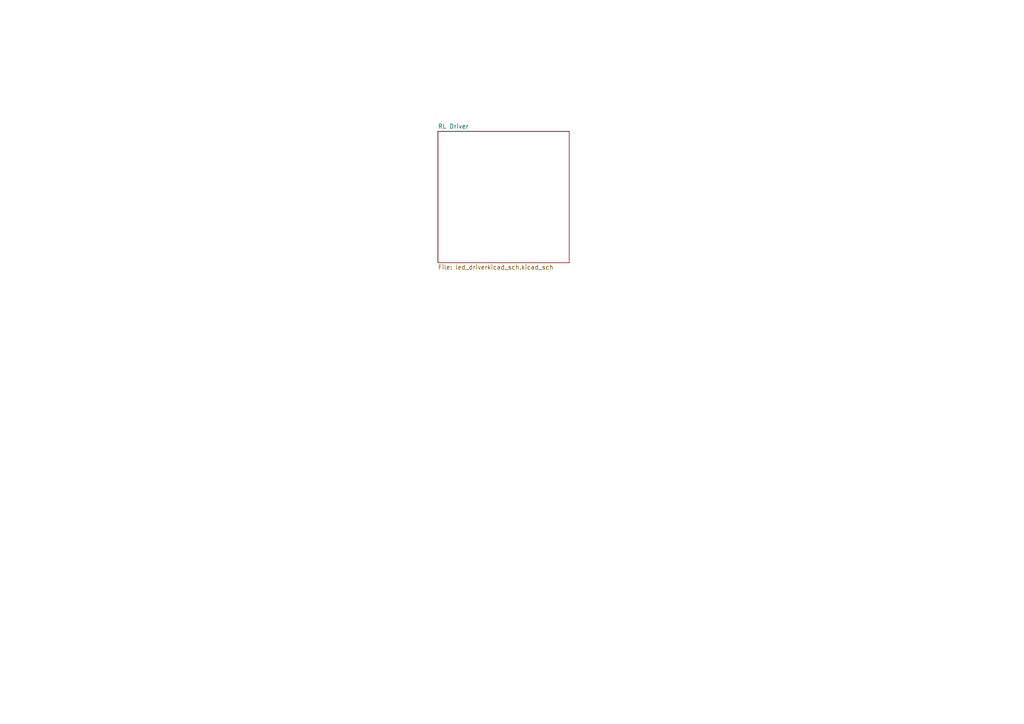
<source format=kicad_sch>
(kicad_sch (version 20230121) (generator eeschema)
  (paper "A4")
  (title_block (title "Red Light Infrared Therapy Module") (date "2023-10-01") (rev "A"))
  (lib_symbols)
  (sheet (at 127 38.1) (size 38.1 38.1) (stroke (width 0.1524))
    (property "Sheetname" "RL Driver" (at 127 37.3884 0) (effects (justify left bottom)))
    (property "Sheetfile" "led_driverkicad_sch.kicad_sch" (at 127 76.7846 0) (effects (justify left top)))
  )
)
</source>
